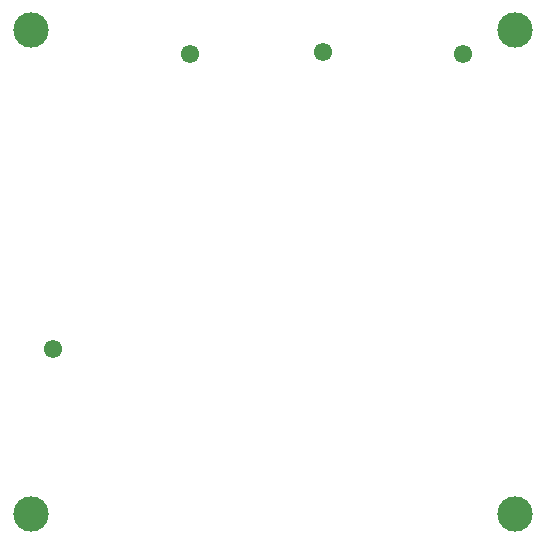
<source format=gbr>
%TF.GenerationSoftware,Altium Limited,Altium Designer,22.10.1 (41)*%
G04 Layer_Color=0*
%FSLAX45Y45*%
%MOMM*%
%TF.SameCoordinates,087233EE-98F5-4CDC-9370-A7D44EC71BE6*%
%TF.FilePolarity,Positive*%
%TF.FileFunction,NonPlated,1,4,NPTH,Drill*%
%TF.Part,Single*%
G01*
G75*
%TA.AperFunction,OtherDrill,Pad Free-M (44mm,47mm)*%
%ADD83C,3.00000*%
%TA.AperFunction,OtherDrill,Pad Free-M (3mm,6mm)*%
%ADD84C,3.00000*%
%TA.AperFunction,OtherDrill,Pad Free-M (44mm,6mm)*%
%ADD85C,3.00000*%
%TA.AperFunction,ComponentDrill*%
%ADD86C,1.55000*%
%ADD87C,1.55000*%
%TA.AperFunction,OtherDrill,Pad Free-M (3mm,47mm)*%
%ADD88C,3.00000*%
D83*
X4400000Y4700000D02*
D03*
D84*
X300000Y600000D02*
D03*
D85*
X4400000D02*
D03*
D86*
X3957000Y4494000D02*
D03*
X2774000Y4510000D02*
D03*
X1647000Y4494000D02*
D03*
D87*
X486000Y1997000D02*
D03*
D88*
X300000Y4700000D02*
D03*
%TF.MD5,fa86a7e76c2e7626c4240b087bb64295*%
M02*

</source>
